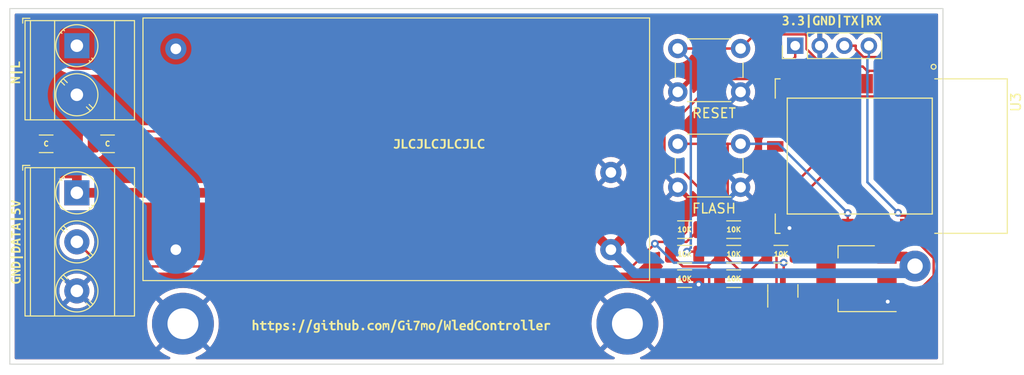
<source format=kicad_pcb>
(kicad_pcb (version 20211014) (generator pcbnew)
  (layers (0 "F.Cu" signal) (31 "B.Cu" signal) (34 "B.Paste" user) (35 "F.Paste" user) (36 "B.SilkS" user "B.Silkscreen") (37 "F.SilkS" user "F.Silkscreen") (38 "B.Mask" user) (39 "F.Mask" user) (44 "Edge.Cuts" user))
  (net 0 "")
  (net 1 "GND")
  (net 2 "+5V")
  (net 3 "Net-(J2-Pad2)")
  (net 4 "+3V3")
  (net 5 "Net-(R1-Pad2)")
  (net 6 "Net-(R2-Pad2)")
  (net 7 "Net-(R3-Pad2)")
  (net 8 "Net-(R4-Pad2)")
  (net 9 "Net-(Q1-Pad2)")
  (net 10 "Net-(R6-Pad1)")
  (net 11 "TX")
  (net 12 "RX")
  (net 24 "Net-(J1-Pad1)")
  (net 25 "Net-(J1-Pad2)")
  (footprint "ESP8266-12E_ESP-12E:XCVR_ESP8266-12E_ESP-12E" (layer "F.Cu") (at 149.9042 73.696 -90)
    (fp_text reference "U3" (at -5.57929 -16.39759 -90) (layer "F.SilkS") (effects (font (size 1.000772 1.000772))))
    (fp_text value "ESP8266-12E/ESP-12E")
    (pad "1" smd rect locked (at -7.5 -7 270) (size 2 1.2) (layers "F.Cu" "F.Paste" "F.Mask") (net 7 "Net-(R3-Pad2)"))
    (pad "2" smd rect locked (at -7.5 -5 270) (size 2 1.2) (layers "F.Cu" "F.Paste" "F.Mask"))
    (pad "3" smd rect locked (at -7.5 -3 270) (size 2 1.2) (layers "F.Cu" "F.Paste" "F.Mask") (net 5 "Net-(R1-Pad2)"))
    (pad "4" smd rect locked (at -7.5 -1 270) (size 2 1.2) (layers "F.Cu" "F.Paste" "F.Mask") (net 7 "Net-(R3-Pad2)"))
    (pad "5" smd rect locked (at -7.5 1 270) (size 2 1.2) (layers "F.Cu" "F.Paste" "F.Mask"))
    (pad "6" smd rect locked (at -7.5 3 270) (size 2 1.2) (layers "F.Cu" "F.Paste" "F.Mask") (net 9 "Net-(Q1-Pad2)"))
    (pad "7" smd rect locked (at -7.5 5 270) (size 2 1.2) (layers "F.Cu" "F.Paste" "F.Mask"))
    (pad "8" smd rect locked (at -7.5 7 270) (size 2 1.2) (layers "F.Cu" "F.Paste" "F.Mask") (net 4 "+3V3"))
    (pad "9" smd rect locked (at -5 8.5 270) (size 1.1 1.7) (layers "F.Cu" "F.Paste" "F.Mask"))
    (pad "10" smd rect locked (at -3 8.5 270) (size 1.1 1.7) (layers "F.Cu" "F.Paste" "F.Mask"))
    (pad "11" smd rect locked (at -1 8.5 270) (size 1.1 1.7) (layers "F.Cu" "F.Paste" "F.Mask"))
    (pad "12" smd rect locked (at 1 8.5 270) (size 1.1 1.7) (layers "F.Cu" "F.Paste" "F.Mask"))
    (pad "13" smd rect locked (at 3 8.5 270) (size 1.1 1.7) (layers "F.Cu" "F.Paste" "F.Mask"))
    (pad "14" smd rect locked (at 5 8.5 270) (size 1.1 1.7) (layers "F.Cu" "F.Paste" "F.Mask"))
    (pad "15" smd rect locked (at 7.5 7 270) (size 2 1.2) (layers "F.Cu" "F.Paste" "F.Mask") (net 1 "GND"))
    (pad "16" smd rect locked (at 7.5 5 270) (size 2 1.2) (layers "F.Cu" "F.Paste" "F.Mask") (net 10 "Net-(R6-Pad1)"))
    (pad "17" smd rect locked (at 7.5 3 270) (size 2 1.2) (layers "F.Cu" "F.Paste" "F.Mask") (net 6 "Net-(R2-Pad2)"))
    (pad "18" smd rect locked (at 7.5 1 270) (size 2 1.2) (layers "F.Cu" "F.Paste" "F.Mask") (net 8 "Net-(R4-Pad2)"))
    (pad "19" smd rect locked (at 7.5 -1 270) (size 2 1.2) (layers "F.Cu" "F.Paste" "F.Mask"))
    (pad "20" smd rect locked (at 7.5 -3 270) (size 2 1.2) (layers "F.Cu" "F.Paste" "F.Mask"))
    (pad "21" smd rect locked (at 7.5 -5 270) (size 2 1.2) (layers "F.Cu" "F.Paste" "F.Mask") (net 12 "RX"))
    (pad "22" smd rect locked (at 7.5 -7 270) (size 2 1.2) (layers "F.Cu" "F.Paste" "F.Mask") (net 11 "TX"))
    (zone (net 0) (net_name "") (layer "F.Cu") (connect_pads (clearance 0)) (min_thickness 0.01)
      (keepout (tracks not_allowed) (vias not_allowed) (pads not_allowed) (copperpour not_allowed) (footprints allowed))
      (fill (thermal_gap 0.508) (thermal_bridge_width 0.508))
      (polygon (pts (xy 165.4042 65.68699) (xy 165.4042 81.696) (xy 158.41378 81.696) (xy 158.41378 65.68699)))
    )
    (zone (net 0) (net_name "") (layer "B.Cu") (connect_pads (clearance 0)) (min_thickness 0.01)
      (keepout (tracks not_allowed) (vias not_allowed) (pads not_allowed) (copperpour not_allowed) (footprints allowed))
      (fill (thermal_gap 0.508) (thermal_bridge_width 0.508))
      (polygon (pts (xy 165.4042 65.68699) (xy 165.4042 81.696) (xy 158.41378 81.696) (xy 158.41378 65.68699)))
    )
  )
  (footprint "kibuzzard-63717D24" (layer "F.Cu") (at 62.9092 82.586 90)
    (fp_text reference "kibuzzard-63717D24" hide)
    (fp_text value "G***" hide)
  )
  (footprint "Package_TO_SOT_SMD:SOT-223-3_TabPin2" (layer "F.Cu") (at 149.808 86.396 180)
    (fp_text reference "U2" hide)
    (fp_text value "AMS1117-3.3" hide)
    (pad "1" smd rect (at -3.15 -2.3 180) (size 2 1.5) (layers "F.Cu" "F.Paste" "F.Mask") (net 1 "GND"))
    (pad "2" smd rect (at 3.15 0 180) (size 2 3.8) (layers "F.Cu" "F.Paste" "F.Mask") (net 4 "+3V3"))
    (pad "2" smd rect (at -3.15 0 180) (size 2 1.5) (layers "F.Cu" "F.Paste" "F.Mask") (net 4 "+3V3"))
    (pad "3" smd rect (at -3.15 2.3 180) (size 2 1.5) (layers "F.Cu" "F.Paste" "F.Mask") (net 2 "+5V"))
  )
  (footprint "TerminalBlock_Phoenix:TerminalBlock_Phoenix_MKDS-3-3-5.08_1x03_P5.08mm_Horizontal" (layer "F.Cu") (at 69.163 77.501 -90)
    (fp_text reference "J2" hide)
    (fp_text value "Conn_01x03_Male" hide)
    (pad "1" thru_hole rect (at 0 0 270) (size 2.6 2.6) (drill 1.3) (layers *.Cu *.Mask) (net 2 "+5V"))
    (pad "2" thru_hole circle (at 5.08 0 270) (size 2.6 2.6) (drill 1.3) (layers *.Cu *.Mask) (net 3 "Net-(J2-Pad2)"))
    (pad "3" thru_hole circle (at 10.16 0 270) (size 2.6 2.6) (drill 1.3) (layers *.Cu *.Mask) (net 1 "GND"))
  )
  (footprint "Resistor_SMD:R_1206_3216Metric" (layer "F.Cu") (at 137.108 83.856)
    (fp_text reference "R1" hide)
    (fp_text value "10K" (at 0 0) (layer "F.SilkS") (effects (font (size 0.5 0.5) (thickness 0.125))))
    (pad "1" smd roundrect (at -1.4625 0) (size 1.125 1.75) (layers "F.Cu" "F.Paste" "F.Mask") (roundrect_rratio 0.2222222222) (net 4 "+3V3"))
    (pad "2" smd roundrect (at 1.4625 0) (size 1.125 1.75) (layers "F.Cu" "F.Paste" "F.Mask") (roundrect_rratio 0.2222222222) (net 5 "Net-(R1-Pad2)"))
  )
  (footprint "Resistor_SMD:R_1206_3216Metric" (layer "F.Cu") (at 141.9955 83.856)
    (fp_text reference "R2" hide)
    (fp_text value "10K" (at 0 0) (layer "F.SilkS") (effects (font (size 0.5 0.5) (thickness 0.125))))
    (pad "1" smd roundrect (at -1.4625 0) (size 1.125 1.75) (layers "F.Cu" "F.Paste" "F.Mask") (roundrect_rratio 0.2222222222) (net 4 "+3V3"))
    (pad "2" smd roundrect (at 1.4625 0) (size 1.125 1.75) (layers "F.Cu" "F.Paste" "F.Mask") (roundrect_rratio 0.2222222222) (net 6 "Net-(R2-Pad2)"))
  )
  (footprint "Resistor_SMD:R_1206_3216Metric" (layer "F.Cu") (at 132.028 81.316)
    (fp_text reference "R7" hide)
    (fp_text value "10K" (at 0 0) (layer "F.SilkS") (effects (font (size 0.5 0.5) (thickness 0.125))))
    (pad "1" smd roundrect (at -1.4625 0) (size 1.125 1.75) (layers "F.Cu" "F.Paste" "F.Mask") (roundrect_rratio 0.2222222222) (net 2 "+5V"))
    (pad "2" smd roundrect (at 1.4625 0) (size 1.125 1.75) (layers "F.Cu" "F.Paste" "F.Mask") (roundrect_rratio 0.2222222222) (net 3 "Net-(J2-Pad2)"))
  )
  (footprint "kibuzzard-638B47A7" (layer "F.Cu") (at 62.865 65.024 90)
    (fp_text reference "kibuzzard-638B47A7" hide)
    (fp_text value "G***" hide)
  )
  (footprint "Button_Switch_THT:SW_PUSH_6mm" (layer "F.Cu") (at 131.318 72.426)
    (fp_text reference "SW1" hide)
    (fp_text value "FLASH" (at 3.75 6.7) (layer "F.SilkS"))
    (pad "1" thru_hole circle (at 6.5 0 90) (size 2 2) (drill 1.1) (layers *.Cu *.Mask) (net 8 "Net-(R4-Pad2)"))
    (pad "1" thru_hole circle (at 0 0 90) (size 2 2) (drill 1.1) (layers *.Cu *.Mask) (net 8 "Net-(R4-Pad2)"))
    (pad "2" thru_hole circle (at 6.5 4.5 90) (size 2 2) (drill 1.1) (layers *.Cu *.Mask) (net 1 "GND"))
    (pad "2" thru_hole circle (at 0 4.5 90) (size 2 2) (drill 1.1) (layers *.Cu *.Mask) (net 1 "GND"))
  )
  (footprint "Package_TO_SOT_SMD:SOT-23" (layer "F.Cu") (at 142.188 87.666 90)
    (fp_text reference "Q1" hide)
    (fp_text value "BSS138" hide)
    (pad "1" smd roundrect (at -0.9375 -0.95 90) (size 1.475 0.6) (layers "F.Cu" "F.Paste" "F.Mask") (net 4 "+3V3"))
    (pad "2" smd roundrect (at -0.9375 0.95 90) (size 1.475 0.6) (layers "F.Cu" "F.Paste" "F.Mask") (net 9 "Net-(Q1-Pad2)"))
    (pad "3" smd roundrect (at 0.9375 0 90) (size 1.475 0.6) (layers "F.Cu" "F.Paste" "F.Mask") (net 3 "Net-(J2-Pad2)"))
  )
  (footprint "kibuzzard-63717C47" (layer "F.Cu") (at 106.628 72.426)
    (fp_text reference "kibuzzard-63717C47" hide)
    (fp_text value "G***" hide)
  )
  (footprint "Capacitor_SMD:C_1206_3216Metric" (layer "F.Cu") (at 65.988 72.426)
    (fp_text reference "C1" hide)
    (fp_text value "C" (at 0 0) (layer "F.SilkS") (effects (font (size 0.5 0.5) (thickness 0.125))))
    (pad "1" smd roundrect (at -1.475 0) (size 1.15 1.8) (layers "F.Cu" "F.Paste" "F.Mask") (roundrect_rratio 0.2173913043) (net 2 "+5V"))
    (pad "2" smd roundrect (at 1.475 0) (size 1.15 1.8) (layers "F.Cu" "F.Paste" "F.Mask") (roundrect_rratio 0.2173913043) (net 1 "GND"))
  )
  (footprint "MountingHole:MountingHole_3.2mm_M3_Pad" (layer "F.Cu") (at 80.137 91.059)
    (fp_text reference "REF**" hide)
    (fp_text value "MountingHole_3.2mm_M3_Pad" hide)
    (pad "1" thru_hole circle (at 0 0) (size 6.4 6.4) (drill 3.2) (layers *.Cu *.Mask) (net 1 "GND"))
  )
  (footprint "kibuzzard-638B31F4" (layer "F.Cu") (at 102.743 91.313)
    (fp_text reference "kibuzzard-638B31F4" hide)
    (fp_text value "G***" hide)
  )
  (footprint "MountingHole:MountingHole_3.2mm_M3_Pad" (layer "F.Cu") (at 126.111 91.059)
    (fp_text reference "hole2" hide)
    (fp_text value "MountingHole_3.2mm_M3_Pad" hide)
    (pad "1" thru_hole circle (at 0 0) (size 6.4 6.4) (drill 3.2) (layers *.Cu *.Mask) (net 1 "GND"))
  )
  (footprint "kibuzzard-63717C63" (layer "F.Cu") (at 147.268 59.726)
    (fp_text reference "kibuzzard-63717C63" hide)
    (fp_text value "G***" hide)
  )
  (footprint "Connector_PinHeader_2.54mm:PinHeader_1x04_P2.54mm_Vertical" (layer "F.Cu") (at 143.468 62.266 90)
    (fp_text reference "J3" hide)
    (fp_text value "Conn_01x04_Male" hide)
    (pad "1" thru_hole rect (at 0 0 90) (size 1.7 1.7) (drill 1) (layers *.Cu *.Mask) (net 4 "+3V3"))
    (pad "2" thru_hole oval (at 0 2.54 90) (size 1.7 1.7) (drill 1) (layers *.Cu *.Mask) (net 1 "GND"))
    (pad "3" thru_hole oval (at 0 5.08 90) (size 1.7 1.7) (drill 1) (layers *.Cu *.Mask) (net 11 "TX"))
    (pad "4" thru_hole oval (at 0 7.62 90) (size 1.7 1.7) (drill 1) (layers *.Cu *.Mask) (net 12 "RX"))
  )
  (footprint "Resistor_SMD:R_1206_3216Metric" (layer "F.Cu") (at 137.108 81.316)
    (fp_text reference "R4" hide)
    (fp_text value "10K" (at 0 0) (layer "F.SilkS") (effects (font (size 0.5 0.5) (thickness 0.125))))
    (pad "1" smd roundrect (at -1.4625 0) (size 1.125 1.75) (layers "F.Cu" "F.Paste" "F.Mask") (roundrect_rratio 0.2222222222) (net 4 "+3V3"))
    (pad "2" smd roundrect (at 1.4625 0) (size 1.125 1.75) (layers "F.Cu" "F.Paste" "F.Mask") (roundrect_rratio 0.2222222222) (net 8 "Net-(R4-Pad2)"))
  )
  (footprint "_my_own:Meanwell MPM-20-5" (layer "F.Cu") (at 76.003 59.393)
    (fp_text reference "U1" hide)
    (fp_text value "Meanwell_MPM-20-5")
    (pad "+5" thru_hole circle (at 48.4 24) (size 2.2 2.2) (drill 1.1) (layers *.Cu *.Mask) (net 2 "+5V"))
    (pad "-5" thru_hole circle (at 48.4 16) (size 2.2 2.2) (drill 1.1) (layers *.Cu *.Mask) (net 1 "GND"))
    (pad "L" thru_hole circle (at 3.4 3.2) (size 2.2 2.2) (drill 1.1) (layers *.Cu *.Mask) (net 24 "Net-(J1-Pad1)"))
    (pad "N" thru_hole circle (at 3.4 24) (size 2.2 2.2) (drill 1.1) (layers *.Cu *.Mask) (net 25 "Net-(J1-Pad2)"))
  )
  (footprint "Resistor_SMD:R_1206_3216Metric" (layer "F.Cu") (at 132.028 83.856)
    (fp_text reference "R3" hide)
    (fp_text value "10K" (at 0 0) (layer "F.SilkS") (effects (font (size 0.5 0.5) (thickness 0.125))))
    (pad "1" smd roundrect (at -1.4625 0) (size 1.125 1.75) (layers "F.Cu" "F.Paste" "F.Mask") (roundrect_rratio 0.2222222222) (net 4 "+3V3"))
    (pad "2" smd roundrect (at 1.4625 0) (size 1.125 1.75) (layers "F.Cu" "F.Paste" "F.Mask") (roundrect_rratio 0.2222222222) (net 7 "Net-(R3-Pad2)"))
  )
  (footprint "Button_Switch_THT:SW_PUSH_6mm" (layer "F.Cu") (at 131.318 62.556)
    (fp_text reference "SW2" hide)
    (fp_text value "RESET" (at 3.75 6.7) (layer "F.SilkS"))
    (pad "1" thru_hole circle (at 0 0 90) (size 2 2) (drill 1.1) (layers *.Cu *.Mask) (net 7 "Net-(R3-Pad2)"))
    (pad "1" thru_hole circle (at 6.5 0 90) (size 2 2) (drill 1.1) (layers *.Cu *.Mask) (net 7 "Net-(R3-Pad2)"))
    (pad "2" thru_hole circle (at 0 4.5 90) (size 2 2) (drill 1.1) (layers *.Cu *.Mask) (net 1 "GND"))
    (pad "2" thru_hole circle (at 6.5 4.5 90) (size 2 2) (drill 1.1) (layers *.Cu *.Mask) (net 1 "GND"))
  )
  (footprint "TerminalBlock_Phoenix:TerminalBlock_Phoenix_MKDS-3-2-5.08_1x02_P5.08mm_Horizontal" (layer "F.Cu") (at 69.163 62.266 -90)
    (fp_text reference "J1" hide)
    (fp_text value "Conn_01x02_Male" hide)
    (pad "1" thru_hole rect (at 0 0 270) (size 2.6 2.6) (drill 1.3) (layers *.Cu *.Mask) (net 24 "Net-(J1-Pad1)"))
    (pad "2" thru_hole circle (at 5.08 0 270) (size 2.6 2.6) (drill 1.3) (layers *.Cu *.Mask) (net 25 "Net-(J1-Pad2)"))
  )
  (footprint "Resistor_SMD:R_1206_3216Metric" (layer "F.Cu") (at 137.108 86.396)
    (fp_text reference "R5" hide)
    (fp_text value "10K" (at 0 0) (layer "F.SilkS") (effects (font (size 0.5 0.5) (thickness 0.125))))
    (pad "1" smd roundrect (at -1.4625 0) (size 1.125 1.75) (layers "F.Cu" "F.Paste" "F.Mask") (roundrect_rratio 0.2222222222) (net 9 "Net-(Q1-Pad2)"))
    (pad "2" smd roundrect (at 1.4625 0) (size 1.125 1.75) (layers "F.Cu" "F.Paste" "F.Mask") (roundrect_rratio 0.2222222222) (net 4 "+3V3"))
  )
  (footprint "Resistor_SMD:R_1206_3216Metric" (layer "F.Cu") (at 132.028 86.396)
    (fp_text reference "R6" hide)
    (fp_text value "10K" (at 0 0) (layer "F.SilkS") (effects (font (size 0.5 0.5) (thickness 0.125))))
    (pad "1" smd roundrect (at -1.4625 0) (size 1.125 1.75) (layers "F.Cu" "F.Paste" "F.Mask") (roundrect_rratio 0.2222222222) (net 10 "Net-(R6-Pad1)"))
    (pad "2" smd roundrect (at 1.4625 0) (size 1.125 1.75) (layers "F.Cu" "F.Paste" "F.Mask") (roundrect_rratio 0.2222222222) (net 1 "GND"))
  )
  (footprint "Capacitor_SMD:C_1206_3216Metric" (layer "F.Cu") (at 72.338 72.426)
    (fp_text reference "C2" hide)
    (fp_text value "C" (at 0 0) (layer "F.SilkS") (effects (font (size 0.5 0.5) (thickness 0.125))))
    (pad "1" smd roundrect (at -1.475 0) (size 1.15 1.8) (layers "F.Cu" "F.Paste" "F.Mask") (roundrect_rratio 0.2173913043) (net 4 "+3V3"))
    (pad "2" smd roundrect (at 1.475 0) (size 1.15 1.8) (layers "F.Cu" "F.Paste" "F.Mask") (roundrect_rratio 0.2173913043) (net 1 "GND"))
  )
  (gr_line locked (start 62.23 95.25) (end 62.23 58.42) (layer "Edge.Cuts") (width 0.1))
  (gr_line locked (start 158.75 95.25) (end 62.23 95.25) (layer "Edge.Cuts") (width 0.1))
  (gr_line locked (start 62.23 58.42) (end 158.75 58.42) (layer "Edge.Cuts") (width 0.1))
  (gr_line (start 158.75 58.42) (end 158.75 95.25) (layer "Edge.Cuts") (width 0.1))
  (via (at 142.875 81.153) (size 0.8) (drill 0.4) (layers "F.Cu" "B.Cu") (net 1))
  (via (at 153.035 88.773) (size 0.8) (drill 0.4) (layers "F.Cu" "B.Cu") (net 1))
  (via (at 133.477 86.995) (size 0.8) (drill 0.4) (layers "F.Cu" "B.Cu") (net 1))
  (segment (start 126.48 81.316) (end 130.5655 81.316) (width 1) (layer "F.Cu") (net 2))
  (segment (start 124.403 83.393) (end 126.48 81.316) (width 1) (layer "F.Cu") (net 2))
  (segment (start 64.513 72.426) (end 67.5877 75.5007) (width 1) (layer "F.Cu") (net 2))
  (segment (start 67.5877 75.5007) (end 69.163 75.5007) (width 1) (layer "F.Cu") (net 2))
  (segment (start 118.511 77.501) (end 69.163 77.501) (width 1) (layer "F.Cu") (net 2))
  (segment (start 152.958 84.096) (end 154.8642 84.096) (width 1) (layer "F.Cu") (net 2))
  (segment (start 69.163 77.501) (end 69.163 75.5007) (width 1) (layer "F.Cu") (net 2))
  (segment (start 154.8642 84.096) (end 155.8624 85.0942) (width 1) (layer "F.Cu") (net 2))
  (segment (start 124.403 83.393) (end 118.511 77.501) (width 1) (layer "F.Cu") (net 2))
  (via (at 155.8624 85.0942) (size 3.2) (drill 1.6) (layers "F.Cu" "B.Cu") (net 2))
  (segment (start 124.403 83.393) (end 126.8456 85.8356) (width 1) (layer "B.Cu") (net 2))
  (segment (start 126.8456 85.8356) (end 155.121 85.8356) (width 1) (layer "B.Cu") (net 2))
  (segment (start 155.121 85.8356) (end 155.8624 85.0942) (width 1) (layer "B.Cu") (net 2))
  (segment (start 71.7092 85.1272) (end 69.163 82.581) (width 0.25) (layer "F.Cu") (net 3))
  (segment (start 129.1383 82.586) (end 132.2205 82.586) (width 0.25) (layer "F.Cu") (net 3))
  (segment (start 126.5971 85.1272) (end 71.7092 85.1272) (width 0.25) (layer "F.Cu") (net 3))
  (segment (start 128.9508 82.7735) (end 129.1383 82.586) (width 0.25) (layer "F.Cu") (net 3))
  (segment (start 128.9508 82.7735) (end 126.5971 85.1272) (width 0.25) (layer "F.Cu") (net 3))
  (segment (start 142.2765 86.64) (end 142.2765 84.7353) (width 0.25) (layer "F.Cu") (net 3))
  (segment (start 132.2205 82.586) (end 133.4905 81.316) (width 0.25) (layer "F.Cu") (net 3))
  (segment (start 142.188 86.7285) (end 142.2765 86.64) (width 0.25) (layer "F.Cu") (net 3))
  (via (at 128.9508 82.7735) (size 0.8) (drill 0.4) (layers "F.Cu" "B.Cu") (net 3))
  (via (at 142.2765 84.7353) (size 0.8) (drill 0.4) (layers "F.Cu" "B.Cu") (net 3))
  (segment (start 142.2765 84.7353) (end 130.9126 84.7353) (width 0.25) (layer "B.Cu") (net 3))
  (segment (start 130.9126 84.7353) (end 128.9508 82.7735) (width 0.25) (layer "B.Cu") (net 3))
  (segment (start 143.468 62.266) (end 143.468 63.4413) (width 0.25) (layer "F.Cu") (net 4))
  (segment (start 146.658 86.396) (end 146.658 87.5086) (width 0.25) (layer "F.Cu") (net 4))
  (segment (start 142.9042 65.7167) (end 135.3581 65.7167) (width 0.25) (layer "F.Cu") (net 4))
  (segment (start 134.568 87.0968) (end 136.0747 88.6035) (width 0.25) (layer "F.Cu") (net 4))
  (segment (start 72.1553 71.1337) (end 70.863 72.426) (width 0.25) (layer "F.Cu") (net 4))
  (segment (start 146.658 87.5086) (end 146.658 88.6213) (width 0.25) (layer "F.Cu") (net 4))
  (segment (start 129.9411 71.1337) (end 72.1553 71.1337) (width 0.25) (layer "F.Cu") (net 4))
  (segment (start 142.3426 89.7081) (end 141.238 88.6035) (width 0.25) (layer "F.Cu") (net 4))
  (segment (start 142.9042 64.0051) (end 142.9042 65.7167) (width 0.25) (layer "F.Cu") (net 4))
  (segment (start 143.468 63.4413) (end 142.9042 64.0051) (width 0.25) (layer "F.Cu") (net 4))
  (segment (start 151.8827 87.4713) (end 150.7327 88.6213) (width 0.25) (layer "F.Cu") (net 4))
  (segment (start 134.3755 85.126) (end 131.8355 85.126) (width 0.25) (layer "F.Cu") (net 4))
  (segment (start 129.9411 73.4248) (end 135.6455 79.1292) (width 0.25) (layer "F.Cu") (net 4))
  (segment (start 135.3581 65.7167) (end 129.9411 71.1337) (width 0.25) (layer "F.Cu") (net 4))
  (segment (start 134.3755 85.126) (end 134.568 85.3185) (width 0.25) (layer "F.Cu") (net 4))
  (segment (start 138.2818 86.1072) (end 138.5705 86.396) (width 0.25) (layer "F.Cu") (net 4))
  (segment (start 144.4585 89.7081) (end 142.3426 89.7081) (width 0.25) (layer "F.Cu") (net 4))
  (segment (start 129.9411 71.1337) (end 129.9411 73.4248) (width 0.25) (layer "F.Cu") (net 4))
  (segment (start 146.658 87.5086) (end 144.4585 89.7081) (width 0.25) (layer "F.Cu") (net 4))
  (segment (start 138.2818 86.1072) (end 140.533 83.856) (width 0.25) (layer "F.Cu") (net 4))
  (segment (start 142.9042 65.7167) (end 142.9042 66.196) (width 0.25) (layer "F.Cu") (net 4))
  (segment (start 152.958 87.4713) (end 151.8827 87.4713) (width 0.25) (layer "F.Cu") (net 4))
  (segment (start 152.958 86.396) (end 152.958 87.4713) (width 0.25) (layer "F.Cu") (net 4))
  (segment (start 135.6455 81.316) (end 135.6455 83.856) (width 0.25) (layer "F.Cu") (net 4))
  (segment (start 136.0305 83.856) (end 138.2818 86.1072) (width 0.25) (layer "F.Cu") (net 4))
  (segment (start 131.8355 85.126) (end 130.5655 83.856) (width 0.25) (layer "F.Cu") (net 4))
  (segment (start 150.7327 88.6213) (end 146.658 88.6213) (width 0.25) (layer "F.Cu") (net 4))
  (segment (start 136.0747 88.6035) (end 141.238 88.6035) (width 0.25) (layer "F.Cu") (net 4))
  (segment (start 135.6455 83.856) (end 134.3755 85.126) (width 0.25) (layer "F.Cu") (net 4))
  (segment (start 135.6455 83.856) (end 136.0305 83.856) (width 0.25) (layer "F.Cu") (net 4))
  (segment (start 134.568 85.3185) (end 134.568 87.0968) (width 0.25) (layer "F.Cu") (net 4))
  (segment (start 135.6455 79.1292) (end 135.6455 81.316) (width 0.25) (layer "F.Cu") (net 4))
  (segment (start 147.8295 65.0612) (end 147.8295 67.1887) (width 0.25) (layer "F.Cu") (net 5))
  (segment (start 148.1621 67.5213) (end 152.9042 67.5213) (width 0.25) (layer "F.Cu") (net 5))
  (segment (start 145.8296 65.1624) (end 146.1213 64.8707) (width 0.25) (layer "F.Cu") (net 5))
  (segment (start 145.8296 74.1513) (end 145.8296 65.1624) (width 0.25) (layer "F.Cu") (net 5))
  (segment (start 139.673 78.4909) (end 140.3433 77.8206) (width 0.25) (layer "F.Cu") (net 5))
  (segment (start 147.639 64.8707) (end 147.8295 65.0612) (width 0.25) (layer "F.Cu") (net 5))
  (segment (start 146.1213 64.8707) (end 147.639 64.8707) (width 0.25) (layer "F.Cu") (net 5))
  (segment (start 140.3433 77.8206) (end 142.1603 77.8206) (width 0.25) (layer "F.Cu") (net 5))
  (segment (start 152.9042 66.196) (end 152.9042 67.5213) (width 0.25) (layer "F.Cu") (net 5))
  (segment (start 139.673 82.7535) (end 139.673 78.4909) (width 0.25) (layer "F.Cu") (net 5))
  (segment (start 147.8295 67.1887) (end 148.1621 67.5213) (width 0.25) (layer "F.Cu") (net 5))
  (segment (start 142.1603 77.8206) (end 145.8296 74.1513) (width 0.25) (layer "F.Cu") (net 5))
  (segment (start 138.5705 83.856) (end 139.673 82.7535) (width 0.25) (layer "F.Cu") (net 5))
  (segment (start 145.5695 83.856) (end 146.9042 82.5213) (width 0.25) (layer "F.Cu") (net 6))
  (segment (start 146.9042 81.196) (end 146.9042 82.5213) (width 0.25) (layer "F.Cu") (net 6))
  (segment (start 143.458 83.856) (end 145.5695 83.856) (width 0.25) (layer "F.Cu") (net 6))
  (segment (start 150.9042 65.5333) (end 150.9042 65.0946) (width 0.25) (layer "F.Cu") (net 7))
  (segment (start 131.318 62.556) (end 137.818 62.556) (width 0.25) (layer "F.Cu") (net 7))
  (segment (start 133.229 83.5945) (end 133.4905 83.856) (width 0.25) (layer "F.Cu") (net 7))
  (segment (start 156.9042 66.196) (end 156.9042 64.8707) (width 0.25) (layer "F.Cu") (net 7))
  (segment (start 144.4991 61.0906) (end 139.2834 61.0906) (width 0.25) (layer "F.Cu") (net 7))
  (segment (start 146.4498 64.4204) (end 144.6434 62.614) (width 0.25) (layer "F.Cu") (net 7))
  (segment (start 150.9042 65.0946) (end 151.1281 64.8707) (width 0.25) (layer "F.Cu") (net 7))
  (segment (start 150.4539 64.4204) (end 146.4498 64.4204) (width 0.25) (layer "F.Cu") (net 7))
  (segment (start 150.9042 66.196) (end 150.9042 65.5333) (width 0.25) (layer "F.Cu") (net 7))
  (segment (start 144.6434 61.2349) (end 144.4991 61.0906) (width 0.25) (layer "F.Cu") (net 7))
  (segment (start 150.9042 65.0946) (end 150.9042 64.8707) (width 0.25) (layer "F.Cu") (net 7))
  (segment (start 150.9042 64.8707) (end 150.4539 64.4204) (width 0.25) (layer "F.Cu") (net 7))
  (segment (start 144.6434 62.614) (end 144.6434 61.2349) (width 0.25) (layer "F.Cu") (net 7))
  (segment (start 139.2834 61.0906) (end 137.818 62.556) (width 0.25) (layer "F.Cu") (net 7))
  (segment (start 151.1281 64.8707) (end 156.9042 64.8707) (width 0.25) (layer "F.Cu") (net 7))
  (segment (start 132.2701 83.5945) (end 133.229 83.5945) (width 0.25) (layer "F.Cu") (net 7))
  (via (at 132.2701 83.5945) (size 0.8) (drill 0.4) (layers "F.Cu" "B.Cu") (net 7))
  (segment (start 132.6694 83.1952) (end 132.2701 83.5945) (width 0.25) (layer "B.Cu") (net 7))
  (segment (start 132.6694 63.9074) (end 132.6694 83.1952) (width 0.25) (layer "B.Cu") (net 7))
  (segment (start 131.318 62.556) (end 132.6694 63.9074) (width 0.25) (layer "B.Cu") (net 7))
  (segment (start 136.4865 72.426) (end 137.818 72.426) (width 0.25) (layer "F.Cu") (net 8))
  (segment (start 131.318 72.426) (end 136.4865 72.426) (width 0.25) (layer "F.Cu") (net 8))
  (segment (start 148.9042 79.5939) (end 148.9042 81.196) (width 0.25) (layer "F.Cu") (net 8))
  (segment (start 136.4865 72.426) (end 136.4865 79.232) (width 0.25) (layer "F.Cu") (net 8))
  (segment (start 136.4865 79.232) (end 138.5705 81.316) (width 0.25) (layer "F.Cu") (net 8))
  (via (at 148.9042 79.5939) (size 0.8) (drill 0.4) (layers "F.Cu" "B.Cu") (net 8))
  (segment (start 137.818 72.426) (end 141.7363 72.426) (width 0.25) (layer "B.Cu") (net 8))
  (segment (start 141.7363 72.426) (end 148.9042 79.5939) (width 0.25) (layer "B.Cu") (net 8))
  (segment (start 141.5334 87.4864) (end 141.5334 80.4665) (width 0.25) (layer "F.Cu") (net 9))
  (segment (start 141.5334 80.4665) (end 146.9042 75.0957) (width 0.25) (layer "F.Cu") (net 9))
  (segment (start 143.138 88.6035) (end 142.6505 88.6035) (width 0.25) (layer "F.Cu") (net 9))
  (segment (start 136.8605 87.611) (end 135.6455 86.396) (width 0.25) (layer "F.Cu") (net 9))
  (segment (start 139.3142 87.4864) (end 139.1896 87.611) (width 0.25) (layer "F.Cu") (net 9))
  (segment (start 146.9042 75.0957) (end 146.9042 66.196) (width 0.25) (layer "F.Cu") (net 9))
  (segment (start 139.1896 87.611) (end 136.8605 87.611) (width 0.25) (layer "F.Cu") (net 9))
  (segment (start 141.5334 87.4864) (end 139.3142 87.4864) (width 0.25) (layer "F.Cu") (net 9))
  (segment (start 142.6505 88.6035) (end 141.5334 87.4864) (width 0.25) (layer "F.Cu") (net 9))
  (segment (start 134.3664 90.1969) (end 153.6712 90.1969) (width 0.25) (layer "F.Cu") (net 10))
  (segment (start 156.0339 82.5213) (end 148.1694 82.5213) (width 0.25) (layer "F.Cu") (net 10))
  (segment (start 147.9788 80.2033) (end 147.6462 79.8707) (width 0.25) (layer "F.Cu") (net 10))
  (segment (start 130.5655 86.396) (end 134.3664 90.1969) (width 0.25) (layer "F.Cu") (net 10))
  (segment (start 157.7899 86.0782) (end 157.7899 84.2773) (width 0.25) (layer "F.Cu") (net 10))
  (segment (start 147.9788 82.3307) (end 147.9788 80.2033) (width 0.25) (layer "F.Cu") (net 10))
  (segment (start 157.7899 84.2773) (end 156.0339 82.5213) (width 0.25) (layer "F.Cu") (net 10))
  (segment (start 147.6462 79.8707) (end 144.9042 79.8707) (width 0.25) (layer "F.Cu") (net 10))
  (segment (start 144.9042 81.196) (end 144.9042 79.8707) (width 0.25) (layer "F.Cu") (net 10))
  (segment (start 148.1694 82.5213) (end 147.9788 82.3307) (width 0.25) (layer "F.Cu") (net 10))
  (segment (start 153.6712 90.1969) (end 157.7899 86.0782) (width 0.25) (layer "F.Cu") (net 10))
  (segment (start 149.7233 62.6334) (end 150.5312 63.4413) (width 0.25) (layer "F.Cu") (net 11))
  (segment (start 156.9042 81.196) (end 156.9042 79.8707) (width 0.25) (layer "F.Cu") (net 11))
  (segment (start 148.548 62.266) (end 149.7233 62.266) (width 0.25) (layer "F.Cu") (net 11))
  (segment (start 157.8295 78.9454) (end 156.9042 79.8707) (width 0.25) (layer "F.Cu") (net 11))
  (segment (start 156.2805 63.4413) (end 157.8295 64.9903) (width 0.25) (layer "F.Cu") (net 11))
  (segment (start 157.8295 64.9903) (end 157.8295 78.9454) (width 0.25) (layer "F.Cu") (net 11))
  (segment (start 150.5312 63.4413) (end 156.2805 63.4413) (width 0.25) (layer "F.Cu") (net 11))
  (segment (start 149.7233 62.266) (end 149.7233 62.6334) (width 0.25) (layer "F.Cu") (net 11))
  (segment (start 154.9042 79.8707) (end 154.4021 79.8707) (width 0.25) (layer "F.Cu") (net 12))
  (segment (start 154.4021 79.8707) (end 154.1056 79.5742) (width 0.25) (layer "F.Cu") (net 12))
  (segment (start 154.9042 81.196) (end 154.9042 79.8707) (width 0.25) (layer "F.Cu") (net 12))
  (via (at 154.1056 79.5742) (size 0.8) (drill 0.4) (layers "F.Cu" "B.Cu") (net 12))
  (segment (start 150.9336 63.5957) (end 150.9336 76.4022) (width 0.25) (layer "B.Cu") (net 12))
  (segment (start 151.088 63.4413) (end 150.9336 63.5957) (width 0.25) (layer "B.Cu") (net 12))
  (segment (start 151.088 62.266) (end 151.088 63.4413) (width 0.25) (layer "B.Cu") (net 12))
  (segment (start 150.9336 76.4022) (end 154.1056 79.5742) (width 0.25) (layer "B.Cu") (net 12))
  (segment (start 79.076 62.266) (end 79.403 62.593) (width 5) (layer "F.Cu") (net 24))
  (segment (start 69.163 62.266) (end 79.076 62.266) (width 5) (layer "F.Cu") (net 24))
  (segment (start 79.403 77.586) (end 79.403 83.393) (width 5) (layer "B.Cu") (net 25))
  (segment (start 69.163 67.346) (end 79.403 77.586) (width 5) (layer "B.Cu") (net 25))
  (zone (net 1) (net_name "GND") (layers F&B.Cu) (connect_pads (clearance 0.508)) (min_thickness 0.254) (fill yes (thermal_gap 0.508) (thermal_bridge_width 0.508))
    (polygon (pts (xy 159.512 95.758) (xy 61.214 96.393) (xy 61.722 57.912) (xy 159.639 57.531)))
  )
)
</source>
